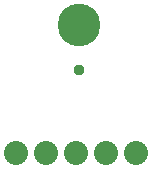
<source format=gbs>
G75*
%MOIN*%
%OFA0B0*%
%FSLAX25Y25*%
%IPPOS*%
%LPD*%
%AMOC8*
5,1,8,0,0,1.08239X$1,22.5*
%
%ADD10C,0.08000*%
%ADD11C,0.14243*%
%ADD12C,0.03746*%
D10*
X0009302Y0011500D03*
X0019302Y0011500D03*
X0029302Y0011500D03*
X0039302Y0011500D03*
X0049302Y0011500D03*
D11*
X0030302Y0054000D03*
D12*
X0030302Y0039000D03*
M02*

</source>
